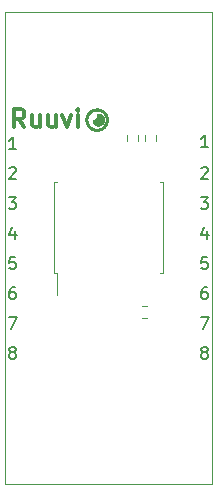
<source format=gto>
G04 #@! TF.GenerationSoftware,KiCad,Pcbnew,(5.1.5-0-10_14)*
G04 #@! TF.CreationDate,2020-04-10T20:26:08+03:00*
G04 #@! TF.ProjectId,connector-breakout-a1,636f6e6e-6563-4746-9f72-2d627265616b,rev?*
G04 #@! TF.SameCoordinates,Original*
G04 #@! TF.FileFunction,Legend,Top*
G04 #@! TF.FilePolarity,Positive*
%FSLAX46Y46*%
G04 Gerber Fmt 4.6, Leading zero omitted, Abs format (unit mm)*
G04 Created by KiCad (PCBNEW (5.1.5-0-10_14)) date 2020-04-10 20:26:08*
%MOMM*%
%LPD*%
G04 APERTURE LIST*
%ADD10C,0.150000*%
%ADD11C,0.300000*%
%ADD12C,0.010000*%
%ADD13C,0.120000*%
G04 APERTURE END LIST*
D10*
X83776761Y-99826952D02*
X83681523Y-99779333D01*
X83633904Y-99731714D01*
X83586285Y-99636476D01*
X83586285Y-99588857D01*
X83633904Y-99493619D01*
X83681523Y-99446000D01*
X83776761Y-99398380D01*
X83967238Y-99398380D01*
X84062476Y-99446000D01*
X84110095Y-99493619D01*
X84157714Y-99588857D01*
X84157714Y-99636476D01*
X84110095Y-99731714D01*
X84062476Y-99779333D01*
X83967238Y-99826952D01*
X83776761Y-99826952D01*
X83681523Y-99874571D01*
X83633904Y-99922190D01*
X83586285Y-100017428D01*
X83586285Y-100207904D01*
X83633904Y-100303142D01*
X83681523Y-100350761D01*
X83776761Y-100398380D01*
X83967238Y-100398380D01*
X84062476Y-100350761D01*
X84110095Y-100303142D01*
X84157714Y-100207904D01*
X84157714Y-100017428D01*
X84110095Y-99922190D01*
X84062476Y-99874571D01*
X83967238Y-99826952D01*
X83538666Y-96858380D02*
X84205333Y-96858380D01*
X83776761Y-97858380D01*
X84062476Y-94318380D02*
X83872000Y-94318380D01*
X83776761Y-94366000D01*
X83729142Y-94413619D01*
X83633904Y-94556476D01*
X83586285Y-94746952D01*
X83586285Y-95127904D01*
X83633904Y-95223142D01*
X83681523Y-95270761D01*
X83776761Y-95318380D01*
X83967238Y-95318380D01*
X84062476Y-95270761D01*
X84110095Y-95223142D01*
X84157714Y-95127904D01*
X84157714Y-94889809D01*
X84110095Y-94794571D01*
X84062476Y-94746952D01*
X83967238Y-94699333D01*
X83776761Y-94699333D01*
X83681523Y-94746952D01*
X83633904Y-94794571D01*
X83586285Y-94889809D01*
X84110095Y-91778380D02*
X83633904Y-91778380D01*
X83586285Y-92254571D01*
X83633904Y-92206952D01*
X83729142Y-92159333D01*
X83967238Y-92159333D01*
X84062476Y-92206952D01*
X84110095Y-92254571D01*
X84157714Y-92349809D01*
X84157714Y-92587904D01*
X84110095Y-92683142D01*
X84062476Y-92730761D01*
X83967238Y-92778380D01*
X83729142Y-92778380D01*
X83633904Y-92730761D01*
X83586285Y-92683142D01*
X84062476Y-89571714D02*
X84062476Y-90238380D01*
X83824380Y-89190761D02*
X83586285Y-89905047D01*
X84205333Y-89905047D01*
X83538666Y-86698380D02*
X84157714Y-86698380D01*
X83824380Y-87079333D01*
X83967238Y-87079333D01*
X84062476Y-87126952D01*
X84110095Y-87174571D01*
X84157714Y-87269809D01*
X84157714Y-87507904D01*
X84110095Y-87603142D01*
X84062476Y-87650761D01*
X83967238Y-87698380D01*
X83681523Y-87698380D01*
X83586285Y-87650761D01*
X83538666Y-87603142D01*
X83586285Y-84253619D02*
X83633904Y-84206000D01*
X83729142Y-84158380D01*
X83967238Y-84158380D01*
X84062476Y-84206000D01*
X84110095Y-84253619D01*
X84157714Y-84348857D01*
X84157714Y-84444095D01*
X84110095Y-84586952D01*
X83538666Y-85158380D01*
X84157714Y-85158380D01*
X84157714Y-82618380D02*
X83586285Y-82618380D01*
X83872000Y-82618380D02*
X83872000Y-81618380D01*
X83776761Y-81761238D01*
X83681523Y-81856476D01*
X83586285Y-81904095D01*
X100032761Y-99826952D02*
X99937523Y-99779333D01*
X99889904Y-99731714D01*
X99842285Y-99636476D01*
X99842285Y-99588857D01*
X99889904Y-99493619D01*
X99937523Y-99446000D01*
X100032761Y-99398380D01*
X100223238Y-99398380D01*
X100318476Y-99446000D01*
X100366095Y-99493619D01*
X100413714Y-99588857D01*
X100413714Y-99636476D01*
X100366095Y-99731714D01*
X100318476Y-99779333D01*
X100223238Y-99826952D01*
X100032761Y-99826952D01*
X99937523Y-99874571D01*
X99889904Y-99922190D01*
X99842285Y-100017428D01*
X99842285Y-100207904D01*
X99889904Y-100303142D01*
X99937523Y-100350761D01*
X100032761Y-100398380D01*
X100223238Y-100398380D01*
X100318476Y-100350761D01*
X100366095Y-100303142D01*
X100413714Y-100207904D01*
X100413714Y-100017428D01*
X100366095Y-99922190D01*
X100318476Y-99874571D01*
X100223238Y-99826952D01*
X99794666Y-96858380D02*
X100461333Y-96858380D01*
X100032761Y-97858380D01*
X100318476Y-94318380D02*
X100128000Y-94318380D01*
X100032761Y-94366000D01*
X99985142Y-94413619D01*
X99889904Y-94556476D01*
X99842285Y-94746952D01*
X99842285Y-95127904D01*
X99889904Y-95223142D01*
X99937523Y-95270761D01*
X100032761Y-95318380D01*
X100223238Y-95318380D01*
X100318476Y-95270761D01*
X100366095Y-95223142D01*
X100413714Y-95127904D01*
X100413714Y-94889809D01*
X100366095Y-94794571D01*
X100318476Y-94746952D01*
X100223238Y-94699333D01*
X100032761Y-94699333D01*
X99937523Y-94746952D01*
X99889904Y-94794571D01*
X99842285Y-94889809D01*
X100366095Y-91778380D02*
X99889904Y-91778380D01*
X99842285Y-92254571D01*
X99889904Y-92206952D01*
X99985142Y-92159333D01*
X100223238Y-92159333D01*
X100318476Y-92206952D01*
X100366095Y-92254571D01*
X100413714Y-92349809D01*
X100413714Y-92587904D01*
X100366095Y-92683142D01*
X100318476Y-92730761D01*
X100223238Y-92778380D01*
X99985142Y-92778380D01*
X99889904Y-92730761D01*
X99842285Y-92683142D01*
X100318476Y-89571714D02*
X100318476Y-90238380D01*
X100080380Y-89190761D02*
X99842285Y-89905047D01*
X100461333Y-89905047D01*
X99794666Y-86698380D02*
X100413714Y-86698380D01*
X100080380Y-87079333D01*
X100223238Y-87079333D01*
X100318476Y-87126952D01*
X100366095Y-87174571D01*
X100413714Y-87269809D01*
X100413714Y-87507904D01*
X100366095Y-87603142D01*
X100318476Y-87650761D01*
X100223238Y-87698380D01*
X99937523Y-87698380D01*
X99842285Y-87650761D01*
X99794666Y-87603142D01*
X99842285Y-84253619D02*
X99889904Y-84206000D01*
X99985142Y-84158380D01*
X100223238Y-84158380D01*
X100318476Y-84206000D01*
X100366095Y-84253619D01*
X100413714Y-84348857D01*
X100413714Y-84444095D01*
X100366095Y-84586952D01*
X99794666Y-85158380D01*
X100413714Y-85158380D01*
X100413714Y-82442380D02*
X99842285Y-82442380D01*
X100128000Y-82442380D02*
X100128000Y-81442380D01*
X100032761Y-81585238D01*
X99937523Y-81680476D01*
X99842285Y-81728095D01*
D11*
X84878571Y-80768571D02*
X84378571Y-80054285D01*
X84021428Y-80768571D02*
X84021428Y-79268571D01*
X84592857Y-79268571D01*
X84735714Y-79340000D01*
X84807142Y-79411428D01*
X84878571Y-79554285D01*
X84878571Y-79768571D01*
X84807142Y-79911428D01*
X84735714Y-79982857D01*
X84592857Y-80054285D01*
X84021428Y-80054285D01*
X86164285Y-79768571D02*
X86164285Y-80768571D01*
X85521428Y-79768571D02*
X85521428Y-80554285D01*
X85592857Y-80697142D01*
X85735714Y-80768571D01*
X85950000Y-80768571D01*
X86092857Y-80697142D01*
X86164285Y-80625714D01*
X87521428Y-79768571D02*
X87521428Y-80768571D01*
X86878571Y-79768571D02*
X86878571Y-80554285D01*
X86950000Y-80697142D01*
X87092857Y-80768571D01*
X87307142Y-80768571D01*
X87450000Y-80697142D01*
X87521428Y-80625714D01*
X88092857Y-79768571D02*
X88450000Y-80768571D01*
X88807142Y-79768571D01*
X89378571Y-80768571D02*
X89378571Y-79768571D01*
X89378571Y-79268571D02*
X89307142Y-79340000D01*
X89378571Y-79411428D01*
X89450000Y-79340000D01*
X89378571Y-79268571D01*
X89378571Y-79411428D01*
D12*
X100749999Y-110990000D02*
X83250001Y-110990000D01*
X83250001Y-110990000D02*
X83250000Y-70990000D01*
X100750001Y-70990000D02*
X100749999Y-110990000D01*
X83250000Y-70990000D02*
X100750000Y-70990000D01*
G36*
X91041029Y-79183433D02*
G01*
X91088542Y-79187481D01*
X91135936Y-79193919D01*
X91183122Y-79202758D01*
X91230010Y-79214010D01*
X91276512Y-79227684D01*
X91322539Y-79243792D01*
X91358650Y-79258306D01*
X91402226Y-79278222D01*
X91444801Y-79300431D01*
X91486270Y-79324852D01*
X91526527Y-79351400D01*
X91565466Y-79379993D01*
X91602981Y-79410548D01*
X91638968Y-79442981D01*
X91673320Y-79477210D01*
X91705932Y-79513152D01*
X91736699Y-79550723D01*
X91746181Y-79563135D01*
X91774415Y-79602834D01*
X91800544Y-79643905D01*
X91824519Y-79686238D01*
X91846291Y-79729721D01*
X91865810Y-79774244D01*
X91883028Y-79819696D01*
X91897896Y-79865968D01*
X91910363Y-79912947D01*
X91918605Y-79951120D01*
X91926650Y-79999128D01*
X91932241Y-80047518D01*
X91935380Y-80096138D01*
X91936071Y-80144837D01*
X91934315Y-80193460D01*
X91930115Y-80241856D01*
X91923475Y-80289874D01*
X91914396Y-80337359D01*
X91911706Y-80349303D01*
X91899370Y-80396854D01*
X91884689Y-80443478D01*
X91867706Y-80489108D01*
X91848465Y-80533676D01*
X91827012Y-80577112D01*
X91803391Y-80619350D01*
X91777645Y-80660321D01*
X91749821Y-80699957D01*
X91719961Y-80738189D01*
X91688111Y-80774950D01*
X91654315Y-80810171D01*
X91618617Y-80843785D01*
X91581063Y-80875722D01*
X91554809Y-80896205D01*
X91515501Y-80924235D01*
X91474764Y-80950203D01*
X91432722Y-80974058D01*
X91389499Y-80995747D01*
X91345216Y-81015221D01*
X91299999Y-81032428D01*
X91253969Y-81047317D01*
X91207250Y-81059836D01*
X91159966Y-81069935D01*
X91121160Y-81076331D01*
X91090216Y-81080227D01*
X91058606Y-81083196D01*
X91026970Y-81085204D01*
X90995949Y-81086216D01*
X90966182Y-81086198D01*
X90948440Y-81085646D01*
X90934003Y-81084889D01*
X90918486Y-81083868D01*
X90902818Y-81082654D01*
X90887930Y-81081317D01*
X90876050Y-81080079D01*
X90827616Y-81073339D01*
X90779832Y-81064168D01*
X90732773Y-81052611D01*
X90686517Y-81038712D01*
X90641142Y-81022516D01*
X90596725Y-81004067D01*
X90553344Y-80983409D01*
X90511076Y-80960588D01*
X90469998Y-80935647D01*
X90430189Y-80908631D01*
X90391725Y-80879584D01*
X90354684Y-80848551D01*
X90319144Y-80815577D01*
X90285182Y-80780705D01*
X90252875Y-80743980D01*
X90222301Y-80705446D01*
X90221864Y-80704865D01*
X90193747Y-80665366D01*
X90167655Y-80624402D01*
X90143672Y-80582129D01*
X90121879Y-80538704D01*
X90102361Y-80494286D01*
X90085202Y-80449031D01*
X90082766Y-80441975D01*
X90068149Y-80395154D01*
X90055995Y-80347808D01*
X90046304Y-80300034D01*
X90039076Y-80251929D01*
X90034310Y-80203588D01*
X90032007Y-80155108D01*
X90032034Y-80146906D01*
X90211163Y-80146906D01*
X90213114Y-80190913D01*
X90217536Y-80234677D01*
X90224419Y-80278079D01*
X90233756Y-80320999D01*
X90245536Y-80363319D01*
X90245634Y-80363634D01*
X90259715Y-80404770D01*
X90276138Y-80445024D01*
X90294829Y-80484287D01*
X90315709Y-80522451D01*
X90338705Y-80559410D01*
X90363738Y-80595054D01*
X90390734Y-80629276D01*
X90419615Y-80661968D01*
X90450307Y-80693023D01*
X90482732Y-80722332D01*
X90516815Y-80749788D01*
X90519815Y-80752054D01*
X90555414Y-80777259D01*
X90592325Y-80800375D01*
X90630415Y-80821353D01*
X90669557Y-80840144D01*
X90709618Y-80856699D01*
X90750471Y-80870970D01*
X90791983Y-80882907D01*
X90834027Y-80892463D01*
X90876470Y-80899589D01*
X90919185Y-80904235D01*
X90927485Y-80904845D01*
X90943667Y-80905869D01*
X90957909Y-80906600D01*
X90970795Y-80907045D01*
X90982906Y-80907212D01*
X90994825Y-80907109D01*
X91007134Y-80906746D01*
X91020195Y-80906141D01*
X91053478Y-80903817D01*
X91085105Y-80900410D01*
X91115761Y-80895821D01*
X91146131Y-80889948D01*
X91172018Y-80883926D01*
X91214283Y-80872073D01*
X91255654Y-80857869D01*
X91296047Y-80841370D01*
X91335375Y-80822635D01*
X91373553Y-80801719D01*
X91410496Y-80778679D01*
X91446118Y-80753573D01*
X91480334Y-80726457D01*
X91513058Y-80697389D01*
X91544205Y-80666425D01*
X91573689Y-80633622D01*
X91601425Y-80599037D01*
X91603026Y-80596915D01*
X91628152Y-80561380D01*
X91651219Y-80524427D01*
X91672167Y-80486199D01*
X91690935Y-80446838D01*
X91707464Y-80406486D01*
X91721692Y-80365288D01*
X91733561Y-80323385D01*
X91743010Y-80280920D01*
X91747780Y-80253380D01*
X91753292Y-80209359D01*
X91756308Y-80165223D01*
X91756836Y-80121093D01*
X91754885Y-80077086D01*
X91750463Y-80033322D01*
X91743580Y-79989920D01*
X91734243Y-79947000D01*
X91722463Y-79904680D01*
X91722365Y-79904365D01*
X91708280Y-79863211D01*
X91691873Y-79822988D01*
X91673220Y-79783795D01*
X91652398Y-79745729D01*
X91629485Y-79708888D01*
X91604557Y-79673371D01*
X91577691Y-79639276D01*
X91548965Y-79606700D01*
X91518455Y-79575742D01*
X91486238Y-79546500D01*
X91452392Y-79519072D01*
X91416992Y-79493556D01*
X91382793Y-79471656D01*
X91344433Y-79449982D01*
X91305069Y-79430618D01*
X91264796Y-79413584D01*
X91223709Y-79398900D01*
X91181901Y-79386587D01*
X91139468Y-79376663D01*
X91096504Y-79369150D01*
X91053104Y-79364066D01*
X91009362Y-79361433D01*
X90965372Y-79361269D01*
X90921231Y-79363596D01*
X90887510Y-79367057D01*
X90844012Y-79373743D01*
X90801038Y-79382899D01*
X90758687Y-79394490D01*
X90717060Y-79408482D01*
X90676255Y-79424840D01*
X90636372Y-79443529D01*
X90597511Y-79464516D01*
X90584537Y-79472175D01*
X90548108Y-79495628D01*
X90512903Y-79521250D01*
X90479066Y-79548909D01*
X90446741Y-79578475D01*
X90416073Y-79609817D01*
X90387207Y-79642804D01*
X90364910Y-79671085D01*
X90339805Y-79706605D01*
X90316754Y-79743551D01*
X90295818Y-79781780D01*
X90277057Y-79821145D01*
X90260533Y-79861502D01*
X90246306Y-79902706D01*
X90234438Y-79944612D01*
X90224990Y-79987076D01*
X90220219Y-80014620D01*
X90214707Y-80058640D01*
X90211691Y-80102776D01*
X90211163Y-80146906D01*
X90032034Y-80146906D01*
X90032167Y-80106587D01*
X90034790Y-80058120D01*
X90039876Y-80009804D01*
X90047424Y-79961736D01*
X90057435Y-79914012D01*
X90069909Y-79866729D01*
X90082766Y-79826025D01*
X90099620Y-79780465D01*
X90118783Y-79735899D01*
X90140191Y-79692416D01*
X90163780Y-79650103D01*
X90189486Y-79609048D01*
X90217245Y-79569339D01*
X90246993Y-79531063D01*
X90278667Y-79494310D01*
X90312202Y-79459165D01*
X90347535Y-79425718D01*
X90384602Y-79394056D01*
X90413135Y-79371809D01*
X90452977Y-79343508D01*
X90493946Y-79317449D01*
X90535952Y-79293641D01*
X90578906Y-79272096D01*
X90622720Y-79252824D01*
X90667303Y-79235836D01*
X90712569Y-79221143D01*
X90758426Y-79208755D01*
X90804787Y-79198682D01*
X90851562Y-79190937D01*
X90898663Y-79185528D01*
X90946001Y-79182468D01*
X90993486Y-79181766D01*
X91041029Y-79183433D01*
G37*
X91041029Y-79183433D02*
X91088542Y-79187481D01*
X91135936Y-79193919D01*
X91183122Y-79202758D01*
X91230010Y-79214010D01*
X91276512Y-79227684D01*
X91322539Y-79243792D01*
X91358650Y-79258306D01*
X91402226Y-79278222D01*
X91444801Y-79300431D01*
X91486270Y-79324852D01*
X91526527Y-79351400D01*
X91565466Y-79379993D01*
X91602981Y-79410548D01*
X91638968Y-79442981D01*
X91673320Y-79477210D01*
X91705932Y-79513152D01*
X91736699Y-79550723D01*
X91746181Y-79563135D01*
X91774415Y-79602834D01*
X91800544Y-79643905D01*
X91824519Y-79686238D01*
X91846291Y-79729721D01*
X91865810Y-79774244D01*
X91883028Y-79819696D01*
X91897896Y-79865968D01*
X91910363Y-79912947D01*
X91918605Y-79951120D01*
X91926650Y-79999128D01*
X91932241Y-80047518D01*
X91935380Y-80096138D01*
X91936071Y-80144837D01*
X91934315Y-80193460D01*
X91930115Y-80241856D01*
X91923475Y-80289874D01*
X91914396Y-80337359D01*
X91911706Y-80349303D01*
X91899370Y-80396854D01*
X91884689Y-80443478D01*
X91867706Y-80489108D01*
X91848465Y-80533676D01*
X91827012Y-80577112D01*
X91803391Y-80619350D01*
X91777645Y-80660321D01*
X91749821Y-80699957D01*
X91719961Y-80738189D01*
X91688111Y-80774950D01*
X91654315Y-80810171D01*
X91618617Y-80843785D01*
X91581063Y-80875722D01*
X91554809Y-80896205D01*
X91515501Y-80924235D01*
X91474764Y-80950203D01*
X91432722Y-80974058D01*
X91389499Y-80995747D01*
X91345216Y-81015221D01*
X91299999Y-81032428D01*
X91253969Y-81047317D01*
X91207250Y-81059836D01*
X91159966Y-81069935D01*
X91121160Y-81076331D01*
X91090216Y-81080227D01*
X91058606Y-81083196D01*
X91026970Y-81085204D01*
X90995949Y-81086216D01*
X90966182Y-81086198D01*
X90948440Y-81085646D01*
X90934003Y-81084889D01*
X90918486Y-81083868D01*
X90902818Y-81082654D01*
X90887930Y-81081317D01*
X90876050Y-81080079D01*
X90827616Y-81073339D01*
X90779832Y-81064168D01*
X90732773Y-81052611D01*
X90686517Y-81038712D01*
X90641142Y-81022516D01*
X90596725Y-81004067D01*
X90553344Y-80983409D01*
X90511076Y-80960588D01*
X90469998Y-80935647D01*
X90430189Y-80908631D01*
X90391725Y-80879584D01*
X90354684Y-80848551D01*
X90319144Y-80815577D01*
X90285182Y-80780705D01*
X90252875Y-80743980D01*
X90222301Y-80705446D01*
X90221864Y-80704865D01*
X90193747Y-80665366D01*
X90167655Y-80624402D01*
X90143672Y-80582129D01*
X90121879Y-80538704D01*
X90102361Y-80494286D01*
X90085202Y-80449031D01*
X90082766Y-80441975D01*
X90068149Y-80395154D01*
X90055995Y-80347808D01*
X90046304Y-80300034D01*
X90039076Y-80251929D01*
X90034310Y-80203588D01*
X90032007Y-80155108D01*
X90032034Y-80146906D01*
X90211163Y-80146906D01*
X90213114Y-80190913D01*
X90217536Y-80234677D01*
X90224419Y-80278079D01*
X90233756Y-80320999D01*
X90245536Y-80363319D01*
X90245634Y-80363634D01*
X90259715Y-80404770D01*
X90276138Y-80445024D01*
X90294829Y-80484287D01*
X90315709Y-80522451D01*
X90338705Y-80559410D01*
X90363738Y-80595054D01*
X90390734Y-80629276D01*
X90419615Y-80661968D01*
X90450307Y-80693023D01*
X90482732Y-80722332D01*
X90516815Y-80749788D01*
X90519815Y-80752054D01*
X90555414Y-80777259D01*
X90592325Y-80800375D01*
X90630415Y-80821353D01*
X90669557Y-80840144D01*
X90709618Y-80856699D01*
X90750471Y-80870970D01*
X90791983Y-80882907D01*
X90834027Y-80892463D01*
X90876470Y-80899589D01*
X90919185Y-80904235D01*
X90927485Y-80904845D01*
X90943667Y-80905869D01*
X90957909Y-80906600D01*
X90970795Y-80907045D01*
X90982906Y-80907212D01*
X90994825Y-80907109D01*
X91007134Y-80906746D01*
X91020195Y-80906141D01*
X91053478Y-80903817D01*
X91085105Y-80900410D01*
X91115761Y-80895821D01*
X91146131Y-80889948D01*
X91172018Y-80883926D01*
X91214283Y-80872073D01*
X91255654Y-80857869D01*
X91296047Y-80841370D01*
X91335375Y-80822635D01*
X91373553Y-80801719D01*
X91410496Y-80778679D01*
X91446118Y-80753573D01*
X91480334Y-80726457D01*
X91513058Y-80697389D01*
X91544205Y-80666425D01*
X91573689Y-80633622D01*
X91601425Y-80599037D01*
X91603026Y-80596915D01*
X91628152Y-80561380D01*
X91651219Y-80524427D01*
X91672167Y-80486199D01*
X91690935Y-80446838D01*
X91707464Y-80406486D01*
X91721692Y-80365288D01*
X91733561Y-80323385D01*
X91743010Y-80280920D01*
X91747780Y-80253380D01*
X91753292Y-80209359D01*
X91756308Y-80165223D01*
X91756836Y-80121093D01*
X91754885Y-80077086D01*
X91750463Y-80033322D01*
X91743580Y-79989920D01*
X91734243Y-79947000D01*
X91722463Y-79904680D01*
X91722365Y-79904365D01*
X91708280Y-79863211D01*
X91691873Y-79822988D01*
X91673220Y-79783795D01*
X91652398Y-79745729D01*
X91629485Y-79708888D01*
X91604557Y-79673371D01*
X91577691Y-79639276D01*
X91548965Y-79606700D01*
X91518455Y-79575742D01*
X91486238Y-79546500D01*
X91452392Y-79519072D01*
X91416992Y-79493556D01*
X91382793Y-79471656D01*
X91344433Y-79449982D01*
X91305069Y-79430618D01*
X91264796Y-79413584D01*
X91223709Y-79398900D01*
X91181901Y-79386587D01*
X91139468Y-79376663D01*
X91096504Y-79369150D01*
X91053104Y-79364066D01*
X91009362Y-79361433D01*
X90965372Y-79361269D01*
X90921231Y-79363596D01*
X90887510Y-79367057D01*
X90844012Y-79373743D01*
X90801038Y-79382899D01*
X90758687Y-79394490D01*
X90717060Y-79408482D01*
X90676255Y-79424840D01*
X90636372Y-79443529D01*
X90597511Y-79464516D01*
X90584537Y-79472175D01*
X90548108Y-79495628D01*
X90512903Y-79521250D01*
X90479066Y-79548909D01*
X90446741Y-79578475D01*
X90416073Y-79609817D01*
X90387207Y-79642804D01*
X90364910Y-79671085D01*
X90339805Y-79706605D01*
X90316754Y-79743551D01*
X90295818Y-79781780D01*
X90277057Y-79821145D01*
X90260533Y-79861502D01*
X90246306Y-79902706D01*
X90234438Y-79944612D01*
X90224990Y-79987076D01*
X90220219Y-80014620D01*
X90214707Y-80058640D01*
X90211691Y-80102776D01*
X90211163Y-80146906D01*
X90032034Y-80146906D01*
X90032167Y-80106587D01*
X90034790Y-80058120D01*
X90039876Y-80009804D01*
X90047424Y-79961736D01*
X90057435Y-79914012D01*
X90069909Y-79866729D01*
X90082766Y-79826025D01*
X90099620Y-79780465D01*
X90118783Y-79735899D01*
X90140191Y-79692416D01*
X90163780Y-79650103D01*
X90189486Y-79609048D01*
X90217245Y-79569339D01*
X90246993Y-79531063D01*
X90278667Y-79494310D01*
X90312202Y-79459165D01*
X90347535Y-79425718D01*
X90384602Y-79394056D01*
X90413135Y-79371809D01*
X90452977Y-79343508D01*
X90493946Y-79317449D01*
X90535952Y-79293641D01*
X90578906Y-79272096D01*
X90622720Y-79252824D01*
X90667303Y-79235836D01*
X90712569Y-79221143D01*
X90758426Y-79208755D01*
X90804787Y-79198682D01*
X90851562Y-79190937D01*
X90898663Y-79185528D01*
X90946001Y-79182468D01*
X90993486Y-79181766D01*
X91041029Y-79183433D01*
G36*
X91152652Y-79644463D02*
G01*
X91165793Y-79644832D01*
X91177759Y-79645415D01*
X91188021Y-79646210D01*
X91192915Y-79646760D01*
X91215595Y-79650067D01*
X91236565Y-79653926D01*
X91256626Y-79658511D01*
X91276581Y-79664000D01*
X91289563Y-79668035D01*
X91322986Y-79680162D01*
X91355182Y-79694491D01*
X91386073Y-79710963D01*
X91415581Y-79729514D01*
X91443625Y-79750083D01*
X91470127Y-79772609D01*
X91495009Y-79797030D01*
X91518191Y-79823285D01*
X91539594Y-79851311D01*
X91555969Y-79875903D01*
X91573275Y-79905497D01*
X91588175Y-79935090D01*
X91600782Y-79964998D01*
X91611209Y-79995538D01*
X91619572Y-80027027D01*
X91625982Y-80059781D01*
X91628756Y-80078755D01*
X91629476Y-80085943D01*
X91630073Y-80095162D01*
X91630544Y-80105961D01*
X91630887Y-80117890D01*
X91631100Y-80130501D01*
X91631179Y-80143344D01*
X91631124Y-80155969D01*
X91630930Y-80167927D01*
X91630596Y-80178768D01*
X91630120Y-80188043D01*
X91629499Y-80195303D01*
X91629388Y-80196230D01*
X91625405Y-80223443D01*
X91620466Y-80248861D01*
X91614404Y-80273101D01*
X91607055Y-80296781D01*
X91598251Y-80320520D01*
X91592096Y-80335295D01*
X91578279Y-80364924D01*
X91563266Y-80392575D01*
X91546795Y-80418628D01*
X91528604Y-80443466D01*
X91508431Y-80467467D01*
X91486015Y-80491014D01*
X91482902Y-80494082D01*
X91456394Y-80518330D01*
X91428727Y-80540328D01*
X91399883Y-80560083D01*
X91369845Y-80577604D01*
X91338597Y-80592900D01*
X91306122Y-80605978D01*
X91272401Y-80616847D01*
X91237419Y-80625515D01*
X91201158Y-80631991D01*
X91197360Y-80632532D01*
X91190510Y-80633269D01*
X91181627Y-80633896D01*
X91171168Y-80634406D01*
X91159589Y-80634796D01*
X91147348Y-80635061D01*
X91134902Y-80635195D01*
X91122707Y-80635193D01*
X91111221Y-80635051D01*
X91100900Y-80634764D01*
X91092202Y-80634327D01*
X91085600Y-80633736D01*
X91049053Y-80628118D01*
X91013969Y-80620453D01*
X90980259Y-80610706D01*
X90947833Y-80598841D01*
X90916600Y-80584821D01*
X90886471Y-80568610D01*
X90857356Y-80550171D01*
X90831244Y-80531098D01*
X90804505Y-80508684D01*
X90779485Y-80484488D01*
X90756265Y-80458647D01*
X90734926Y-80431294D01*
X90715549Y-80402565D01*
X90698216Y-80372595D01*
X90683007Y-80341519D01*
X90670004Y-80309472D01*
X90659288Y-80276589D01*
X90650940Y-80243005D01*
X90647584Y-80225440D01*
X90646245Y-80216902D01*
X90644971Y-80207410D01*
X90643788Y-80197303D01*
X90642721Y-80186916D01*
X90641794Y-80176587D01*
X90641034Y-80166653D01*
X90640465Y-80157452D01*
X90640112Y-80149320D01*
X90640000Y-80142595D01*
X90640155Y-80137614D01*
X90640602Y-80134714D01*
X90640796Y-80134301D01*
X90641750Y-80133718D01*
X90643783Y-80133527D01*
X90647253Y-80133749D01*
X90652517Y-80134408D01*
X90659599Y-80135472D01*
X90678212Y-80137591D01*
X90698369Y-80138435D01*
X90719431Y-80138027D01*
X90740760Y-80136390D01*
X90761716Y-80133546D01*
X90773180Y-80131409D01*
X90800816Y-80124429D01*
X90827430Y-80115133D01*
X90852952Y-80103557D01*
X90877317Y-80089736D01*
X90900456Y-80073707D01*
X90922303Y-80055507D01*
X90933359Y-80044968D01*
X90953026Y-80023589D01*
X90970552Y-80000849D01*
X90985920Y-79976781D01*
X90999115Y-79951415D01*
X91010119Y-79924784D01*
X91018916Y-79896918D01*
X91025475Y-79867935D01*
X91026150Y-79863906D01*
X91026685Y-79859739D01*
X91027095Y-79855083D01*
X91027393Y-79849590D01*
X91027596Y-79842910D01*
X91027718Y-79834694D01*
X91027774Y-79824593D01*
X91027781Y-79813960D01*
X91027747Y-79772685D01*
X91023654Y-79753300D01*
X91019748Y-79737007D01*
X91014845Y-79720073D01*
X91009245Y-79703427D01*
X91003247Y-79687995D01*
X91000625Y-79681973D01*
X90998144Y-79676280D01*
X90996154Y-79671312D01*
X90994849Y-79667582D01*
X90994421Y-79665601D01*
X90994429Y-79665542D01*
X90995813Y-79664419D01*
X90999400Y-79662968D01*
X91004882Y-79661260D01*
X91011953Y-79659362D01*
X91020307Y-79657343D01*
X91029636Y-79655271D01*
X91039635Y-79653215D01*
X91049997Y-79651245D01*
X91060414Y-79649427D01*
X91070581Y-79647831D01*
X91078615Y-79646723D01*
X91087746Y-79645812D01*
X91098864Y-79645115D01*
X91111440Y-79644632D01*
X91124948Y-79644362D01*
X91138861Y-79644306D01*
X91152652Y-79644463D01*
G37*
X91152652Y-79644463D02*
X91165793Y-79644832D01*
X91177759Y-79645415D01*
X91188021Y-79646210D01*
X91192915Y-79646760D01*
X91215595Y-79650067D01*
X91236565Y-79653926D01*
X91256626Y-79658511D01*
X91276581Y-79664000D01*
X91289563Y-79668035D01*
X91322986Y-79680162D01*
X91355182Y-79694491D01*
X91386073Y-79710963D01*
X91415581Y-79729514D01*
X91443625Y-79750083D01*
X91470127Y-79772609D01*
X91495009Y-79797030D01*
X91518191Y-79823285D01*
X91539594Y-79851311D01*
X91555969Y-79875903D01*
X91573275Y-79905497D01*
X91588175Y-79935090D01*
X91600782Y-79964998D01*
X91611209Y-79995538D01*
X91619572Y-80027027D01*
X91625982Y-80059781D01*
X91628756Y-80078755D01*
X91629476Y-80085943D01*
X91630073Y-80095162D01*
X91630544Y-80105961D01*
X91630887Y-80117890D01*
X91631100Y-80130501D01*
X91631179Y-80143344D01*
X91631124Y-80155969D01*
X91630930Y-80167927D01*
X91630596Y-80178768D01*
X91630120Y-80188043D01*
X91629499Y-80195303D01*
X91629388Y-80196230D01*
X91625405Y-80223443D01*
X91620466Y-80248861D01*
X91614404Y-80273101D01*
X91607055Y-80296781D01*
X91598251Y-80320520D01*
X91592096Y-80335295D01*
X91578279Y-80364924D01*
X91563266Y-80392575D01*
X91546795Y-80418628D01*
X91528604Y-80443466D01*
X91508431Y-80467467D01*
X91486015Y-80491014D01*
X91482902Y-80494082D01*
X91456394Y-80518330D01*
X91428727Y-80540328D01*
X91399883Y-80560083D01*
X91369845Y-80577604D01*
X91338597Y-80592900D01*
X91306122Y-80605978D01*
X91272401Y-80616847D01*
X91237419Y-80625515D01*
X91201158Y-80631991D01*
X91197360Y-80632532D01*
X91190510Y-80633269D01*
X91181627Y-80633896D01*
X91171168Y-80634406D01*
X91159589Y-80634796D01*
X91147348Y-80635061D01*
X91134902Y-80635195D01*
X91122707Y-80635193D01*
X91111221Y-80635051D01*
X91100900Y-80634764D01*
X91092202Y-80634327D01*
X91085600Y-80633736D01*
X91049053Y-80628118D01*
X91013969Y-80620453D01*
X90980259Y-80610706D01*
X90947833Y-80598841D01*
X90916600Y-80584821D01*
X90886471Y-80568610D01*
X90857356Y-80550171D01*
X90831244Y-80531098D01*
X90804505Y-80508684D01*
X90779485Y-80484488D01*
X90756265Y-80458647D01*
X90734926Y-80431294D01*
X90715549Y-80402565D01*
X90698216Y-80372595D01*
X90683007Y-80341519D01*
X90670004Y-80309472D01*
X90659288Y-80276589D01*
X90650940Y-80243005D01*
X90647584Y-80225440D01*
X90646245Y-80216902D01*
X90644971Y-80207410D01*
X90643788Y-80197303D01*
X90642721Y-80186916D01*
X90641794Y-80176587D01*
X90641034Y-80166653D01*
X90640465Y-80157452D01*
X90640112Y-80149320D01*
X90640000Y-80142595D01*
X90640155Y-80137614D01*
X90640602Y-80134714D01*
X90640796Y-80134301D01*
X90641750Y-80133718D01*
X90643783Y-80133527D01*
X90647253Y-80133749D01*
X90652517Y-80134408D01*
X90659599Y-80135472D01*
X90678212Y-80137591D01*
X90698369Y-80138435D01*
X90719431Y-80138027D01*
X90740760Y-80136390D01*
X90761716Y-80133546D01*
X90773180Y-80131409D01*
X90800816Y-80124429D01*
X90827430Y-80115133D01*
X90852952Y-80103557D01*
X90877317Y-80089736D01*
X90900456Y-80073707D01*
X90922303Y-80055507D01*
X90933359Y-80044968D01*
X90953026Y-80023589D01*
X90970552Y-80000849D01*
X90985920Y-79976781D01*
X90999115Y-79951415D01*
X91010119Y-79924784D01*
X91018916Y-79896918D01*
X91025475Y-79867935D01*
X91026150Y-79863906D01*
X91026685Y-79859739D01*
X91027095Y-79855083D01*
X91027393Y-79849590D01*
X91027596Y-79842910D01*
X91027718Y-79834694D01*
X91027774Y-79824593D01*
X91027781Y-79813960D01*
X91027747Y-79772685D01*
X91023654Y-79753300D01*
X91019748Y-79737007D01*
X91014845Y-79720073D01*
X91009245Y-79703427D01*
X91003247Y-79687995D01*
X91000625Y-79681973D01*
X90998144Y-79676280D01*
X90996154Y-79671312D01*
X90994849Y-79667582D01*
X90994421Y-79665601D01*
X90994429Y-79665542D01*
X90995813Y-79664419D01*
X90999400Y-79662968D01*
X91004882Y-79661260D01*
X91011953Y-79659362D01*
X91020307Y-79657343D01*
X91029636Y-79655271D01*
X91039635Y-79653215D01*
X91049997Y-79651245D01*
X91060414Y-79649427D01*
X91070581Y-79647831D01*
X91078615Y-79646723D01*
X91087746Y-79645812D01*
X91098864Y-79645115D01*
X91111440Y-79644632D01*
X91124948Y-79644362D01*
X91138861Y-79644306D01*
X91152652Y-79644463D01*
D13*
X94808000Y-96890000D02*
X95288000Y-96890000D01*
X94808000Y-95890000D02*
X95288000Y-95890000D01*
X94532000Y-81418000D02*
X94532000Y-81898000D01*
X93532000Y-81418000D02*
X93532000Y-81898000D01*
X95056000Y-81418000D02*
X95056000Y-81898000D01*
X96056000Y-81418000D02*
X96056000Y-81898000D01*
X96610000Y-89278000D02*
X96610000Y-85418000D01*
X96610000Y-85418000D02*
X96370000Y-85418000D01*
X96610000Y-89278000D02*
X96610000Y-93138000D01*
X96610000Y-93138000D02*
X96370000Y-93138000D01*
X87390000Y-89278000D02*
X87390000Y-85418000D01*
X87390000Y-85418000D02*
X87630000Y-85418000D01*
X87390000Y-89278000D02*
X87390000Y-93138000D01*
X87390000Y-93138000D02*
X87630000Y-93138000D01*
X87630000Y-93138000D02*
X87630000Y-94953000D01*
M02*

</source>
